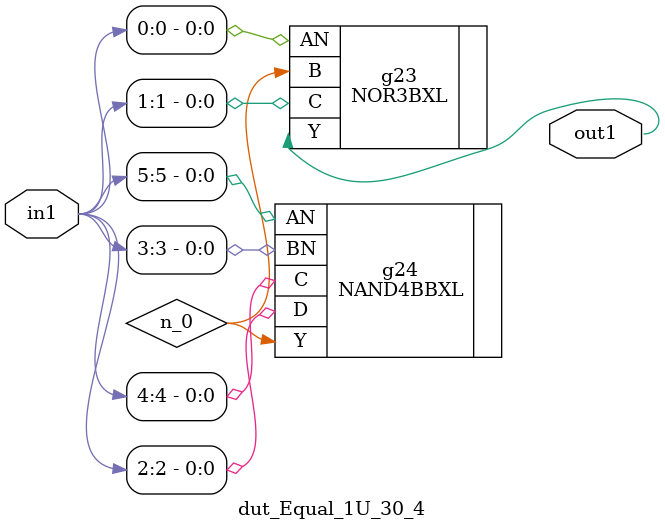
<source format=v>
`timescale 1ps / 1ps


module dut_Equal_1U_30_4(in1, out1);
  input [5:0] in1;
  output out1;
  wire [5:0] in1;
  wire out1;
  wire n_0;
  NOR3BXL g23(.AN (in1[0]), .B (n_0), .C (in1[1]), .Y (out1));
  NAND4BBXL g24(.AN (in1[5]), .BN (in1[3]), .C (in1[4]), .D (in1[2]),
       .Y (n_0));
endmodule



</source>
